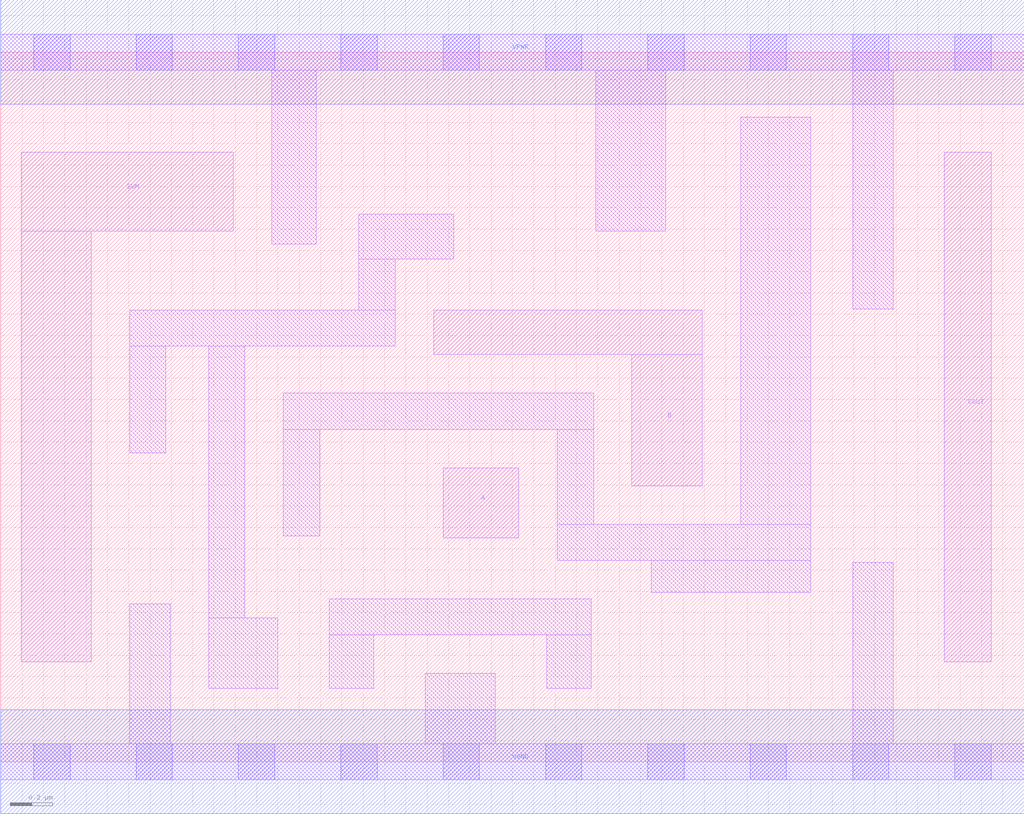
<source format=lef>
# Copyright 2020 The SkyWater PDK Authors
#
# Licensed under the Apache License, Version 2.0 (the "License");
# you may not use this file except in compliance with the License.
# You may obtain a copy of the License at
#
#     https://www.apache.org/licenses/LICENSE-2.0
#
# Unless required by applicable law or agreed to in writing, software
# distributed under the License is distributed on an "AS IS" BASIS,
# WITHOUT WARRANTIES OR CONDITIONS OF ANY KIND, either express or implied.
# See the License for the specific language governing permissions and
# limitations under the License.
#
# SPDX-License-Identifier: Apache-2.0

VERSION 5.7 ;
  NAMESCASESENSITIVE ON ;
  NOWIREEXTENSIONATPIN ON ;
  DIVIDERCHAR "/" ;
  BUSBITCHARS "[]" ;
UNITS
  DATABASE MICRONS 200 ;
END UNITS
MACRO sky130_fd_sc_lp__ha_m
  CLASS CORE ;
  FOREIGN sky130_fd_sc_lp__ha_m ;
  ORIGIN  0.000000  0.000000 ;
  SIZE  4.800000 BY  3.330000 ;
  SYMMETRY X Y R90 ;
  SITE unit ;
  PIN A
    ANTENNAGATEAREA  0.252000 ;
    DIRECTION INPUT ;
    USE SIGNAL ;
    PORT
      LAYER li1 ;
        RECT 2.075000 1.050000 2.430000 1.380000 ;
    END
  END A
  PIN B
    ANTENNAGATEAREA  0.252000 ;
    DIRECTION INPUT ;
    USE SIGNAL ;
    PORT
      LAYER li1 ;
        RECT 2.030000 1.910000 3.290000 2.120000 ;
        RECT 2.960000 1.295000 3.290000 1.910000 ;
    END
  END B
  PIN COUT
    ANTENNADIFFAREA  0.222600 ;
    DIRECTION OUTPUT ;
    USE SIGNAL ;
    PORT
      LAYER li1 ;
        RECT 4.425000 0.470000 4.645000 2.860000 ;
    END
  END COUT
  PIN SUM
    ANTENNADIFFAREA  0.222600 ;
    DIRECTION OUTPUT ;
    USE SIGNAL ;
    PORT
      LAYER li1 ;
        RECT 0.095000 0.470000 0.425000 2.490000 ;
        RECT 0.095000 2.490000 1.090000 2.860000 ;
    END
  END SUM
  PIN VGND
    DIRECTION INOUT ;
    USE GROUND ;
    PORT
      LAYER met1 ;
        RECT 0.000000 -0.245000 4.800000 0.245000 ;
    END
  END VGND
  PIN VPWR
    DIRECTION INOUT ;
    USE POWER ;
    PORT
      LAYER met1 ;
        RECT 0.000000 3.085000 4.800000 3.575000 ;
    END
  END VPWR
  OBS
    LAYER li1 ;
      RECT 0.000000 -0.085000 4.800000 0.085000 ;
      RECT 0.000000  3.245000 4.800000 3.415000 ;
      RECT 0.605000  0.085000 0.795000 0.740000 ;
      RECT 0.605000  1.450000 0.775000 1.950000 ;
      RECT 0.605000  1.950000 1.850000 2.120000 ;
      RECT 0.975000  0.345000 1.300000 0.675000 ;
      RECT 0.975000  0.675000 1.145000 1.950000 ;
      RECT 1.270000  2.430000 1.480000 3.245000 ;
      RECT 1.325000  1.060000 1.495000 1.560000 ;
      RECT 1.325000  1.560000 2.780000 1.730000 ;
      RECT 1.540000  0.345000 1.750000 0.595000 ;
      RECT 1.540000  0.595000 2.770000 0.765000 ;
      RECT 1.680000  2.120000 1.850000 2.360000 ;
      RECT 1.680000  2.360000 2.125000 2.570000 ;
      RECT 1.990000  0.085000 2.320000 0.415000 ;
      RECT 2.560000  0.345000 2.770000 0.595000 ;
      RECT 2.610000  0.945000 3.800000 1.115000 ;
      RECT 2.610000  1.115000 2.780000 1.560000 ;
      RECT 2.790000  2.490000 3.120000 3.245000 ;
      RECT 3.050000  0.795000 3.800000 0.945000 ;
      RECT 3.470000  1.115000 3.800000 3.025000 ;
      RECT 3.995000  0.085000 4.185000 0.935000 ;
      RECT 3.995000  2.125000 4.185000 3.245000 ;
    LAYER mcon ;
      RECT 0.155000 -0.085000 0.325000 0.085000 ;
      RECT 0.155000  3.245000 0.325000 3.415000 ;
      RECT 0.635000 -0.085000 0.805000 0.085000 ;
      RECT 0.635000  3.245000 0.805000 3.415000 ;
      RECT 1.115000 -0.085000 1.285000 0.085000 ;
      RECT 1.115000  3.245000 1.285000 3.415000 ;
      RECT 1.595000 -0.085000 1.765000 0.085000 ;
      RECT 1.595000  3.245000 1.765000 3.415000 ;
      RECT 2.075000 -0.085000 2.245000 0.085000 ;
      RECT 2.075000  3.245000 2.245000 3.415000 ;
      RECT 2.555000 -0.085000 2.725000 0.085000 ;
      RECT 2.555000  3.245000 2.725000 3.415000 ;
      RECT 3.035000 -0.085000 3.205000 0.085000 ;
      RECT 3.035000  3.245000 3.205000 3.415000 ;
      RECT 3.515000 -0.085000 3.685000 0.085000 ;
      RECT 3.515000  3.245000 3.685000 3.415000 ;
      RECT 3.995000 -0.085000 4.165000 0.085000 ;
      RECT 3.995000  3.245000 4.165000 3.415000 ;
      RECT 4.475000 -0.085000 4.645000 0.085000 ;
      RECT 4.475000  3.245000 4.645000 3.415000 ;
  END
END sky130_fd_sc_lp__ha_m
END LIBRARY

</source>
